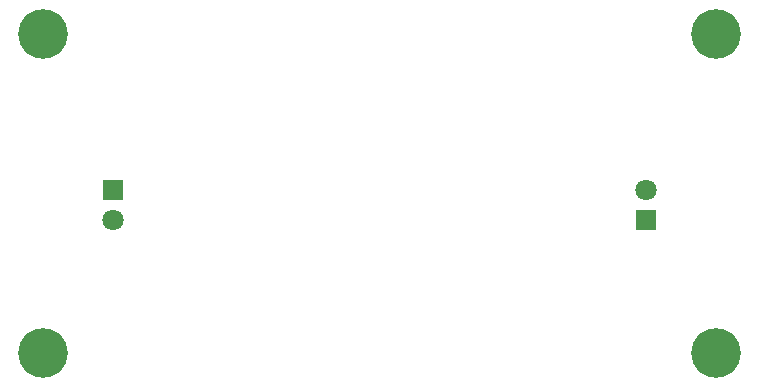
<source format=gbl>
G04*
G04 #@! TF.GenerationSoftware,Altium Limited,Altium Designer,18.1.11 (251)*
G04*
G04 Layer_Physical_Order=2*
G04 Layer_Color=16711680*
%FSLAX25Y25*%
%MOIN*%
G70*
G01*
G75*
%ADD42C,0.07087*%
%ADD43R,0.07087X0.07087*%
%ADD44C,0.16535*%
D42*
X38976Y59961D02*
D03*
X216929Y69961D02*
D03*
D43*
X38976D02*
D03*
X216929Y59961D02*
D03*
D44*
X240158Y122047D02*
D03*
X15748D02*
D03*
Y15748D02*
D03*
X240158D02*
D03*
M02*

</source>
